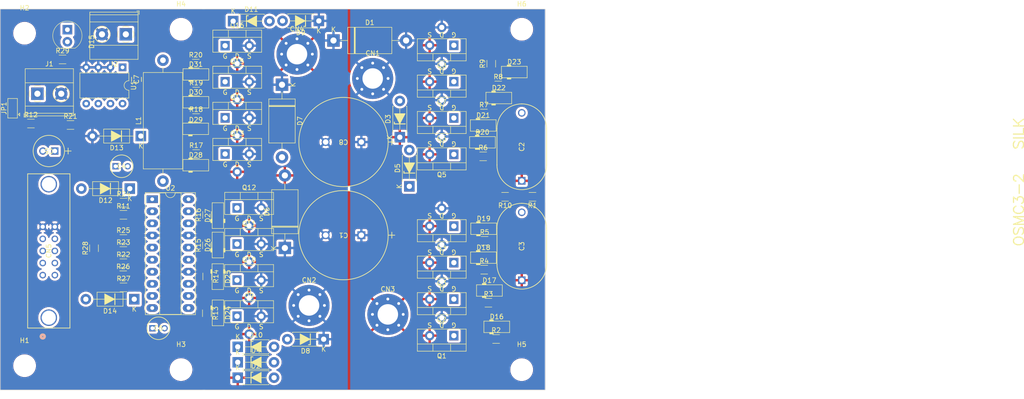
<source format=kicad_pcb>
(kicad_pcb (version 20221018) (generator pcbnew)

  (general
    (thickness 1.6)
  )

  (paper "A4")
  (layers
    (0 "F.Cu" signal)
    (31 "B.Cu" signal)
    (32 "B.Adhes" user "B.Adhesive")
    (33 "F.Adhes" user "F.Adhesive")
    (34 "B.Paste" user)
    (35 "F.Paste" user)
    (36 "B.SilkS" user "B.Silkscreen")
    (37 "F.SilkS" user "F.Silkscreen")
    (38 "B.Mask" user)
    (39 "F.Mask" user)
    (40 "Dwgs.User" user "User.Drawings")
    (41 "Cmts.User" user "User.Comments")
    (42 "Eco1.User" user "User.Eco1")
    (43 "Eco2.User" user "User.Eco2")
    (44 "Edge.Cuts" user)
    (45 "Margin" user)
    (46 "B.CrtYd" user "B.Courtyard")
    (47 "F.CrtYd" user "F.Courtyard")
    (48 "B.Fab" user)
    (49 "F.Fab" user)
    (50 "User.1" user)
    (51 "User.2" user)
    (52 "User.3" user)
    (53 "User.4" user)
    (54 "User.5" user)
    (55 "User.6" user)
    (56 "User.7" user)
    (57 "User.8" user)
    (58 "User.9" user)
  )

  (setup
    (pad_to_mask_clearance 0)
    (pcbplotparams
      (layerselection 0x00010fc_ffffffff)
      (plot_on_all_layers_selection 0x0000000_00000000)
      (disableapertmacros false)
      (usegerberextensions false)
      (usegerberattributes true)
      (usegerberadvancedattributes true)
      (creategerberjobfile true)
      (dashed_line_dash_ratio 12.000000)
      (dashed_line_gap_ratio 3.000000)
      (svgprecision 4)
      (plotframeref false)
      (viasonmask false)
      (mode 1)
      (useauxorigin false)
      (hpglpennumber 1)
      (hpglpenspeed 20)
      (hpglpendiameter 15.000000)
      (dxfpolygonmode true)
      (dxfimperialunits true)
      (dxfusepcbnewfont true)
      (psnegative false)
      (psa4output false)
      (plotreference true)
      (plotvalue true)
      (plotinvisibletext false)
      (sketchpadsonfab false)
      (subtractmaskfromsilk false)
      (outputformat 1)
      (mirror false)
      (drillshape 1)
      (scaleselection 1)
      (outputdirectory "")
    )
  )

  (net 0 "")
  (net 1 "VBATT")
  (net 2 "GND")
  (net 3 "BHS")
  (net 4 "Net-(C2-Pad2)")
  (net 5 "AHS")
  (net 6 "Net-(C3-Pad2)")
  (net 7 "Net-(D12-K)")
  (net 8 "+12V")
  (net 9 "unconnected-(C5-Pad2)")
  (net 10 "Net-(D14-K)")
  (net 11 "Net-(CN5-Pad3)")
  (net 12 "DISABLE")
  (net 13 "AHI")
  (net 14 "ALI")
  (net 15 "BHI")
  (net 16 "BLI")
  (net 17 "Net-(D2-A)")
  (net 18 "Net-(D3-A)")
  (net 19 "AHO")
  (net 20 "BHO")
  (net 21 "Net-(D10-A)")
  (net 22 "Net-(D11-A)")
  (net 23 "ALO")
  (net 24 "BLO")
  (net 25 "Net-(D13-K)")
  (net 26 "Net-(D15-Pad2)")
  (net 27 "Net-(D16-A)")
  (net 28 "Net-(D17-A)")
  (net 29 "Net-(D18-A)")
  (net 30 "Net-(D19-A)")
  (net 31 "Net-(D20-A)")
  (net 32 "Net-(D21-A)")
  (net 33 "Net-(D22-A)")
  (net 34 "Net-(D23-A)")
  (net 35 "Net-(D24-A)")
  (net 36 "Net-(D25-A)")
  (net 37 "Net-(D26-A)")
  (net 38 "Net-(D27-A)")
  (net 39 "Net-(D28-A)")
  (net 40 "Net-(D29-A)")
  (net 41 "Net-(D30-A)")
  (net 42 "Net-(D31-A)")
  (net 43 "Net-(J1-Pin_1)")
  (net 44 "Net-(U2-HDEL)")
  (net 45 "Net-(U2-LDEL)")
  (net 46 "unconnected-(U1-NC-Pad6)")
  (net 47 "unconnected-(U1-NC-Pad8)")

  (footprint "MountingHole:MountingHole_4.3mm_M4_Pad_Via" (layer "F.Cu") (at 166.365 113.07))

  (footprint "Diode_THT_AKL:D_DO-41_SOD81_P10.16mm_Horizontal" (layer "F.Cu") (at 131.07 77.49 180))

  (footprint "C4,6:CAP_T350B_4p5X4p5-2p54_KEM" (layer "F.Cu") (at 127.04 83.83))

  (footprint "TO220-3-Staggered:TO-220-3_Vertical_GDS_Staggered" (layer "F.Cu") (at 151.25 115.3375))

  (footprint "Resistor_SMD:R_1206_3216Metric_Pad1.30x1.75mm_HandSolder" (layer "F.Cu") (at 142.66 73.71))

  (footprint "Package_DIP:DIP-20_W7.62mm_Socket_LongPads" (layer "F.Cu") (at 133.46 90.755))

  (footprint "TO220-3-Staggered:TO-220-3_Vertical_GDS_Staggered" (layer "F.Cu") (at 196.75 58.4125 180))

  (footprint "MountingHole:MountingHole_4.3mm_M4" (layer "F.Cu") (at 106.68 125.73))

  (footprint "Resistor_SMD:R_1206_3216Metric_Pad1.30x1.75mm_HandSolder" (layer "F.Cu") (at 203.2 99.5))

  (footprint "Resistor_SMD:R_1206_3216Metric_Pad1.30x1.75mm_HandSolder" (layer "F.Cu") (at 116.31 75.16))

  (footprint "TO220-3-Staggered:TO-220-3_Vertical_GDS_Staggered" (layer "F.Cu") (at 148.75 58.5))

  (footprint "Diode_SMD_AKL:D_MiniMELF" (layer "F.Cu") (at 202.75 78.8))

  (footprint "Inductor_THT:L_Axial_L20.0mm_D8.0mm_P25.40mm_Horizontal" (layer "F.Cu") (at 135.71 86.96 90))

  (footprint "TO220-3-Staggered:TO-220-3_Vertical_GDS_Staggered" (layer "F.Cu") (at 196.75 96.4125 180))

  (footprint "TO220-3-Staggered:TO-220-3_Vertical_GDS_Staggered" (layer "F.Cu") (at 196.75 73.6908 180))

  (footprint "Diode_THT:D_DO-201AE_P15.24mm_Horizontal" (layer "F.Cu") (at 160.69 66.7 -90))

  (footprint "Diode_THT_AKL:D_DO-41_SOD81_P7.62mm_Horizontal_Zener" (layer "F.Cu") (at 185.41 77.73 90))

  (footprint "Diode_SMD_AKL:D_MiniMELF" (layer "F.Cu") (at 142.62 70.39))

  (footprint "MountingHole:MountingHole_4.3mm_M4_Pad_Via" (layer "F.Cu") (at 179.72 65.39))

  (footprint "Resistor_SMD:R_1206_3216Metric_Pad1.30x1.75mm_HandSolder" (layer "F.Cu") (at 206.06 66.86))

  (footprint "Resistor_SMD:R_1206_3216Metric_Pad1.30x1.75mm_HandSolder" (layer "F.Cu") (at 144.94 100.46 90))

  (footprint "Diode_THT_AKL:D_DO-41_SOD81_P7.62mm_Horizontal_Zener" (layer "F.Cu") (at 151.4 121.76))

  (footprint "TerminalBlock_Phoenix:TerminalBlock_Phoenix_MKDS-1,5-2_1x02_P5.00mm_Horizontal" (layer "F.Cu") (at 127.92 56.11 180))

  (footprint "Resistor_SMD:R_1206_3216Metric_Pad1.30x1.75mm_HandSolder" (layer "F.Cu") (at 145 106.98 -90))

  (footprint "TO220-3-Staggered:TO-220-3_Vertical_GDS_Staggered" (layer "F.Cu") (at 196.75 104.0792 180))

  (footprint "C2,3:CAP_225P_WA_0.70X0.40X0.55_CND" (layer "F.Cu") (at 211 107.7748 90))

  (footprint "Diode_SMD_AKL:D_MiniMELF" (layer "F.Cu") (at 209.43 64.04))

  (footprint "Diode_THT:D_DO-201AE_P15.24mm_Horizontal" (layer "F.Cu") (at 161.29 101 90))

  (footprint "Diode_THT_AKL:D_DO-41_SOD81_P7.62mm_Horizontal_Zener" (layer "F.Cu") (at 187.41 88.05 90))

  (footprint "TO220-3-Staggered:TO-220-3_Vertical_GDS_Staggered" (layer "F.Cu") (at 196.75 111.7458 180))

  (footprint "C5:PCAP_63x112_PAN" (layer "F.Cu") (at 113.0246 80.63 180))

  (footprint "Package_DIP:DIP-8_W7.62mm" (layer "F.Cu") (at 127.23 63.05 -90))

  (footprint "MountingHole:MountingHole_4.3mm_M4" (layer "F.Cu") (at 139.51 55.05))

  (footprint "Diode_THT:D_DO-201AE_P15.24mm_Horizontal" (layer "F.Cu") (at 171.49 57.41))

  (footprint "Resistor_SMD:R_1206_3216Metric_Pad1.30x1.75mm_HandSolder" (layer "F.Cu") (at 202.9 81.75))

  (footprint "C2,3:CAP_225P_WA_0.70X0.40X0.55_CND" (layer "F.Cu") (at 211 86.8874 90))

  (footprint "Resistor_SMD:R_1206_3216Metric_Pad1.30x1.75mm_HandSolder" (layer "F.Cu") (at 127.44 91.48))

  (footprint "Resistor_SMD:R_1206_3216Metric_Pad1.30x1.75mm_HandSolder" (layer "F.Cu") (at 213.25 90.25 180))

  (footprint "MountingHole:MountingHole_4.3mm_M4_Pad_Via" (layer "F.Cu") (at 182.895 114.95))

  (footprint "TO220-3-Staggered:TO-220-3_Vertical_GDS_Staggered" (layer "F.Cu") (at 196.75 119.4125 180))

  (footprint "Resistor_SMD:R_1206_3216Metric_Pad1.30x1.75mm_HandSolder" (layer "F.Cu") (at 142.6 62.27))

  (footprint "Diode_THT_AKL:D_DO-41_SOD81_P7.62mm_Horizontal_Zener" (layer "F.Cu") (at 169.43 120.17 180))

  (footprint "C1,8:CAP_EEUFC_18X20_PAN" (layer "F.Cu") (at 177.3398 98.31 180))

  (footprint "Diode_SMD_AKL:D_MiniMELF" (layer "F.Cu") (at 147.25 114.63 -90))

  (footprint "Diode_SMD_AKL:D_MiniMELF" (layer "F.Cu")
    (tstamp 72cd83aa-1585-4be2-b3d8-ab53d628a880)
    (at 147.22 107.02 -90)
    (descr "Diode Mini-MELF, Alternate KiCad Library")
    (tags "Diode Mini-MELF")
    (property "Sheetfile" "OSMC-4.0.kicad_sch")
    (property "Sheetname" "")
    (property "ki_description" "MiniMELF Schottky diode, 60V, 30mA, Alternate KiCAD Library")
    (property "ki_keywords" "diode Schottky LL101A")
    (path "/ae30eb60-56c8-45ce-adf4-1c89b9439ca3")
    (attr smd)
    (fp_text reference "D25" (at 0 -2.127 90) (layer "F.SilkS")
        (effects (font (size 1 1) (thickness 0.15)))
      (tstamp 8427912b-2838-4e59-b09e-37cee346e4e2)
    )
    (fp_text value "LL101A-GS18" (at 0 1.75 90) (layer "F.Fab") hide
        (effects (font (size 1 1) (thickness 0.15)))
      (tstamp 8237ee58-3051-416a-b983-4d8945f99665)
    )
    (fp_text user "${REFERENCE}" (at 0.15 0 90) (layer "F.Fab")
        (effects (font (size 0.4 0.4) (thickness 0.08)))
      (tstamp 432230fb-7dc3-432e-bc29-5287342f561a)
    )
    (fp_line (start -2.7 -1.2) (end -2.7 1.2)
      (stroke (width 0.12) (type solid)) (layer "F.SilkS") (tstamp 835b39c0-4881-47e6-82b5-4b2ac1ae259f))
    (fp_line (start -2.7 1.2) (end 2.7 1.2)
      (stroke (width 0.12) (type solid)) (layer "F.SilkS") (tstamp e89bc91c-80f8-4808-a46a-75baf06fa1d0))
    (fp_line (start 2.7 -1.2) (end -2.7 -1.2)
      (stroke (width 0.12) (type solid)) (layer "F.SilkS") (tstamp a36d08d0-b292-4f3e-bff9-818a9299c02b))
    (fp_line (start 2.7 1.2) (end 2.7 -1.2)
      (stroke (width 0.12) (type solid)) (layer "F.SilkS") (tstamp 471d341e-cf88-44cd-8c9f-3f1b33bf8b06))
    (fp_poly
      (pts
        (xy -0.7 -1.2)
        (xy -1.5 -1.2)
        (xy -1.5 -1.5)
        (xy -0.7 -1.5)
      )

      (stroke (width 0.1) (type solid)) (fill solid) (layer "F.SilkS") (tstamp be
... [1065932 chars truncated]
</source>
